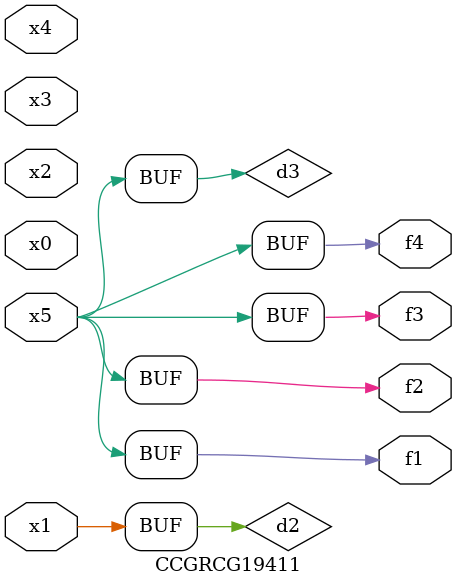
<source format=v>
module CCGRCG19411(
	input x0, x1, x2, x3, x4, x5,
	output f1, f2, f3, f4
);

	wire d1, d2, d3;

	not (d1, x5);
	or (d2, x1);
	xnor (d3, d1);
	assign f1 = d3;
	assign f2 = d3;
	assign f3 = d3;
	assign f4 = d3;
endmodule

</source>
